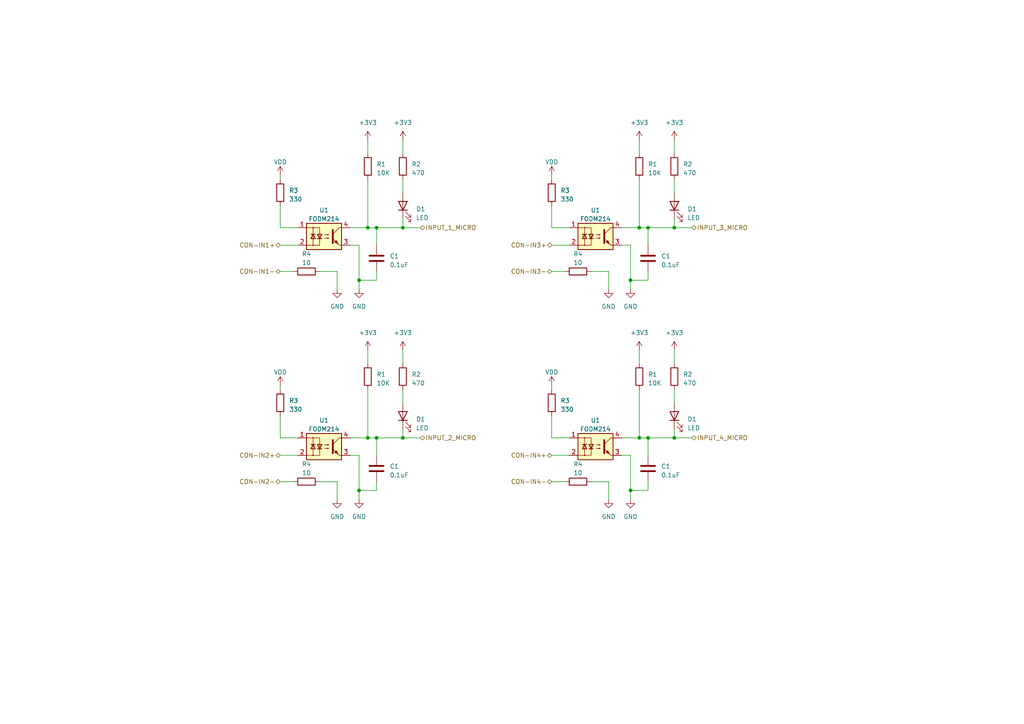
<source format=kicad_sch>
(kicad_sch (version 20230121) (generator eeschema)
  (paper "A4")
  (lib_symbols
    (symbol "Device:C" (pin_numbers hide) (pin_names (offset 0.254))
      (property "Reference" "C" (at 0.635 2.54 0))
      (property "Value" "C" (at 0.635 -2.54 0))
      (symbol "C_0_1"
        (polyline (pts (xy -2.032 -0.762) (xy 2.032 -0.762)) (stroke (width 0.508)))
        (polyline (pts (xy -2.032 0.762) (xy 2.032 0.762)) (stroke (width 0.508)))
      )
      (symbol "C_1_1"
        (pin passive line (at 0 3.81 270) (length 2.794) (name "~") (number "1"))
        (pin passive line (at 0 -3.81 90) (length 2.794) (name "~") (number "2"))
      )
    )
    (symbol "Device:LED" (pin_numbers hide) (pin_names (offset 1.016) hide)
      (property "Reference" "D" (at 0 2.54 0))
      (property "Value" "LED" (at 0 -2.54 0))
      (symbol "LED_0_1"
        (polyline (pts (xy -1.27 -1.27) (xy -1.27 1.27)) (stroke (width 0.254)))
        (polyline (pts (xy -1.27 0) (xy 1.27 0)))
        (polyline (pts (xy 1.27 -1.27) (xy 1.27 1.27) (xy -1.27 0) (xy 1.27 -1.27)) (stroke (width 0.254)))
        (polyline (pts (xy -3.048 -0.762) (xy -4.572 -2.286) (xy -3.81 -2.286) (xy -4.572 -2.286) (xy -4.572 -1.524)))
        (polyline (pts (xy -1.778 -0.762) (xy -3.302 -2.286) (xy -2.54 -2.286) (xy -3.302 -2.286) (xy -3.302 -1.524)))
      )
      (symbol "LED_1_1"
        (pin passive line (at -3.81 0 0) (length 2.54) (name "K") (number "1"))
        (pin passive line (at 3.81 0 180) (length 2.54) (name "A") (number "2"))
      )
    )
    (symbol "Device:R" (pin_numbers hide) (pin_names (offset 0))
      (property "Reference" "R" (at 2.032 0 90))
      (property "Value" "R" (at 0 0 90))
      (symbol "R_0_1"
        (rectangle (start -1.016 -2.54) (end 1.016 2.54) (stroke (width 0.254)))
      )
      (symbol "R_1_1"
        (pin passive line (at 0 3.81 270) (length 1.27) (name "~") (number "1"))
        (pin passive line (at 0 -3.81 90) (length 1.27) (name "~") (number "2"))
      )
    )
    (symbol "Isolator:FODM214"
      (property "Reference" "U" (at -5.08 5.08 0))
      (property "Value" "FODM214" (at 0 5.08 0))
      (symbol "FODM214_0_1"
        (rectangle (start -5.08 3.81) (end 5.08 -3.81) (stroke (width 0.254)) (fill (type background)))
        (circle (center -3.175 -2.54) (radius 0.127))
        (circle (center -3.175 2.54) (radius 0.127))
        (polyline (pts (xy -3.81 0.635) (xy -2.54 0.635)) (stroke (width 0.254)))
        (polyline (pts (xy -3.175 -0.635) (xy -3.175 -2.54)))
        (polyline (pts (xy -3.175 -0.635) (xy -3.175 2.54)))
        (polyline (pts (xy -1.905 -0.635) (xy -0.635 -0.635)) (stroke (width 0.254)))
        (polyline (pts (xy 2.54 0.635) (xy 4.445 2.54)))
        (polyline (pts (xy 4.445 -2.54) (xy 2.54 -0.635)) (fill (type outline)))
        (polyline (pts (xy 4.445 -2.54) (xy 5.08 -2.54)))
        (polyline (pts (xy 4.445 2.54) (xy 5.08 2.54)))
        (polyline (pts (xy -5.08 2.54) (xy -1.27 2.54) (xy -1.27 -0.635)))
        (polyline (pts (xy -1.27 -0.635) (xy -1.27 -2.54) (xy -5.08 -2.54)))
        (polyline (pts (xy 2.54 1.905) (xy 2.54 -1.905) (xy 2.54 -1.905)) (stroke (width 0.508)))
        (polyline (pts (xy -3.175 0.635) (xy -3.81 -0.635) (xy -2.54 -0.635) (xy -3.175 0.635)) (stroke (width 0.254)))
        (polyline (pts (xy -1.27 -0.635) (xy -1.905 0.635) (xy -0.635 0.635) (xy -1.27 -0.635)) (stroke (width 0.254)))
        (polyline (pts (xy 0.127 -0.508) (xy 1.397 -0.508) (xy 1.016 -0.635) (xy 1.016 -0.381) (xy 1.397 -0.508)))
        (polyline (pts (xy 0.127 0.508) (xy 1.397 0.508) (xy 1.016 0.381) (xy 1.016 0.635) (xy 1.397 0.508)))
        (polyline (pts (xy 3.048 -1.651) (xy 3.556 -1.143) (xy 4.064 -2.159) (xy 3.048 -1.651) (xy 3.048 -1.651)) (fill (type outline)))
      )
      (symbol "FODM214_1_1"
        (pin passive line (at -7.62 2.54 0) (length 2.54) (name "~") (number "1"))
        (pin passive line (at -7.62 -2.54 0) (length 2.54) (name "~") (number "2"))
        (pin passive line (at 7.62 -2.54 180) (length 2.54) (name "~") (number "3"))
        (pin passive line (at 7.62 2.54 180) (length 2.54) (name "~") (number "4"))
      )
    )
    (symbol "power:+3V3" (power) (pin_names (offset 0))
      (property "Value" "+3V3" (at 0 3.556 0))
      (symbol "+3V3_0_1"
        (polyline (pts (xy -0.762 1.27) (xy 0 2.54)))
        (polyline (pts (xy 0 0) (xy 0 2.54)))
        (polyline (pts (xy 0 2.54) (xy 0.762 1.27)))
      )
      (symbol "+3V3_1_1"
        (pin power_in line (at 0 0 90) (length 0) hide (name "+3V3") (number "1"))
      )
    )
    (symbol "power:GND" (power) (pin_names (offset 0))
      (property "Value" "GND" (at 0 -3.81 0))
      (symbol "GND_0_1"
        (polyline (pts (xy 0 0) (xy 0 -1.27) (xy 1.27 -1.27) (xy 0 -2.54) (xy -1.27 -1.27) (xy 0 -1.27)))
      )
      (symbol "GND_1_1"
        (pin power_in line (at 0 0 270) (length 0) hide (name "GND") (number "1"))
      )
    )
    (symbol "power:VDD" (power) (pin_names (offset 0))
      (property "Value" "VDD" (at 0 3.81 0))
      (symbol "VDD_0_1"
        (polyline (pts (xy -0.762 1.27) (xy 0 2.54)))
        (polyline (pts (xy 0 0) (xy 0 2.54)))
        (polyline (pts (xy 0 2.54) (xy 0.762 1.27)))
      )
      (symbol "VDD_1_1"
        (pin power_in line (at 0 0 90) (length 0) hide (name "VDD") (number "1"))
      )
    )
  )
  (junction (at 116.84 66.04))
  (junction (at 187.96 127))
  (junction (at 195.58 66.04))
  (junction (at 106.68 127))
  (junction (at 195.58 127))
  (junction (at 182.88 142.24))
  (junction (at 109.22 127))
  (junction (at 185.42 66.04))
  (junction (at 104.14 81.28))
  (junction (at 106.68 66.04))
  (junction (at 187.96 66.04))
  (junction (at 185.42 127))
  (junction (at 104.14 142.24))
  (junction (at 109.22 66.04))
  (junction (at 116.84 127))
  (junction (at 182.88 81.28))
  (wire (pts (xy 106.68 113.03) (xy 106.68 127)))
  (wire (pts (xy 160.02 59.69) (xy 160.02 66.04)))
  (wire (pts (xy 116.84 113.03) (xy 116.84 116.84)))
  (wire (pts (xy 116.84 101.6) (xy 116.84 105.41)))
  (wire (pts (xy 195.58 66.04) (xy 187.96 66.04)))
  (wire (pts (xy 97.79 139.7) (xy 97.79 144.78)))
  (wire (pts (xy 187.96 127) (xy 187.96 132.08)))
  (wire (pts (xy 81.28 127) (xy 86.36 127)))
  (wire (pts (xy 106.68 52.07) (xy 106.68 66.04)))
  (wire (pts (xy 109.22 127) (xy 106.68 127)))
  (wire (pts (xy 182.88 142.24) (xy 187.96 142.24)))
  (wire (pts (xy 109.22 139.7) (xy 109.22 142.24)))
  (wire (pts (xy 106.68 127) (xy 101.6 127)))
  (wire (pts (xy 81.28 120.65) (xy 81.28 127)))
  (wire (pts (xy 104.14 142.24) (xy 109.22 142.24)))
  (wire (pts (xy 187.96 66.04) (xy 187.96 71.12)))
  (wire (pts (xy 81.28 59.69) (xy 81.28 66.04)))
  (wire (pts (xy 180.34 71.12) (xy 182.88 71.12)))
  (wire (pts (xy 106.68 40.64) (xy 106.68 44.45)))
  (wire (pts (xy 187.96 127) (xy 185.42 127)))
  (wire (pts (xy 160.02 50.8) (xy 160.02 52.07)))
  (wire (pts (xy 185.42 66.04) (xy 180.34 66.04)))
  (wire (pts (xy 185.42 113.03) (xy 185.42 127)))
  (wire (pts (xy 106.68 101.6) (xy 106.68 105.41)))
  (wire (pts (xy 187.96 78.74) (xy 187.96 81.28)))
  (wire (pts (xy 106.68 66.04) (xy 101.6 66.04)))
  (wire (pts (xy 116.84 124.46) (xy 116.84 127)))
  (wire (pts (xy 101.6 132.08) (xy 104.14 132.08)))
  (wire (pts (xy 160.02 111.76) (xy 160.02 113.03)))
  (wire (pts (xy 97.79 78.74) (xy 97.79 83.82)))
  (wire (pts (xy 109.22 127) (xy 109.22 132.08)))
  (wire (pts (xy 81.28 111.76) (xy 81.28 113.03)))
  (wire (pts (xy 109.22 66.04) (xy 106.68 66.04)))
  (wire (pts (xy 195.58 40.64) (xy 195.58 44.45)))
  (wire (pts (xy 104.14 71.12) (xy 104.14 81.28)))
  (wire (pts (xy 160.02 120.65) (xy 160.02 127)))
  (wire (pts (xy 116.84 127) (xy 121.92 127)))
  (wire (pts (xy 171.45 139.7) (xy 176.53 139.7)))
  (wire (pts (xy 109.22 78.74) (xy 109.22 81.28)))
  (wire (pts (xy 81.28 71.12) (xy 86.36 71.12)))
  (wire (pts (xy 160.02 127) (xy 165.1 127)))
  (wire (pts (xy 92.71 139.7) (xy 97.79 139.7)))
  (wire (pts (xy 185.42 127) (xy 180.34 127)))
  (wire (pts (xy 160.02 78.74) (xy 163.83 78.74)))
  (wire (pts (xy 195.58 63.5) (xy 195.58 66.04)))
  (wire (pts (xy 187.96 66.04) (xy 185.42 66.04)))
  (wire (pts (xy 116.84 52.07) (xy 116.84 55.88)))
  (wire (pts (xy 104.14 81.28) (xy 109.22 81.28)))
  (wire (pts (xy 104.14 132.08) (xy 104.14 142.24)))
  (wire (pts (xy 81.28 139.7) (xy 85.09 139.7)))
  (wire (pts (xy 195.58 124.46) (xy 195.58 127)))
  (wire (pts (xy 116.84 40.64) (xy 116.84 44.45)))
  (wire (pts (xy 195.58 127) (xy 187.96 127)))
  (wire (pts (xy 116.84 63.5) (xy 116.84 66.04)))
  (wire (pts (xy 92.71 78.74) (xy 97.79 78.74)))
  (wire (pts (xy 195.58 127) (xy 200.66 127)))
  (wire (pts (xy 160.02 132.08) (xy 165.1 132.08)))
  (wire (pts (xy 109.22 66.04) (xy 109.22 71.12)))
  (wire (pts (xy 160.02 71.12) (xy 165.1 71.12)))
  (wire (pts (xy 116.84 66.04) (xy 121.92 66.04)))
  (wire (pts (xy 104.14 144.78) (xy 104.14 142.24)))
  (wire (pts (xy 182.88 132.08) (xy 182.88 142.24)))
  (wire (pts (xy 160.02 66.04) (xy 165.1 66.04)))
  (wire (pts (xy 195.58 101.6) (xy 195.58 105.41)))
  (wire (pts (xy 185.42 40.64) (xy 185.42 44.45)))
  (wire (pts (xy 81.28 78.74) (xy 85.09 78.74)))
  (wire (pts (xy 160.02 139.7) (xy 163.83 139.7)))
  (wire (pts (xy 176.53 78.74) (xy 176.53 83.82)))
  (wire (pts (xy 176.53 139.7) (xy 176.53 144.78)))
  (wire (pts (xy 187.96 139.7) (xy 187.96 142.24)))
  (wire (pts (xy 116.84 66.04) (xy 109.22 66.04)))
  (wire (pts (xy 182.88 144.78) (xy 182.88 142.24)))
  (wire (pts (xy 182.88 83.82) (xy 182.88 81.28)))
  (wire (pts (xy 182.88 71.12) (xy 182.88 81.28)))
  (wire (pts (xy 195.58 52.07) (xy 195.58 55.88)))
  (wire (pts (xy 182.88 81.28) (xy 187.96 81.28)))
  (wire (pts (xy 185.42 52.07) (xy 185.42 66.04)))
  (wire (pts (xy 81.28 132.08) (xy 86.36 132.08)))
  (wire (pts (xy 116.84 127) (xy 109.22 127)))
  (wire (pts (xy 101.6 71.12) (xy 104.14 71.12)))
  (wire (pts (xy 171.45 78.74) (xy 176.53 78.74)))
  (wire (pts (xy 180.34 132.08) (xy 182.88 132.08)))
  (wire (pts (xy 104.14 83.82) (xy 104.14 81.28)))
  (wire (pts (xy 81.28 50.8) (xy 81.28 52.07)))
  (wire (pts (xy 185.42 101.6) (xy 185.42 105.41)))
  (wire (pts (xy 81.28 66.04) (xy 86.36 66.04)))
  (wire (pts (xy 195.58 66.04) (xy 200.66 66.04)))
  (wire (pts (xy 195.58 113.03) (xy 195.58 116.84)))
  (hierarchical_label "CON-IN4-" (shape bidirectional) (at 160.02 139.7 180))
  (hierarchical_label "INPUT_2_MICRO" (shape bidirectional) (at 121.92 127 0))
  (hierarchical_label "CON-IN2+" (shape bidirectional) (at 81.28 132.08 180))
  (hierarchical_label "CON-IN1-" (shape bidirectional) (at 81.28 78.74 180))
  (hierarchical_label "CON-IN1+" (shape bidirectional) (at 81.28 71.12 180))
  (hierarchical_label "INPUT_3_MICRO" (shape bidirectional) (at 200.66 66.04 0))
  (hierarchical_label "CON-IN3-" (shape bidirectional) (at 160.02 78.74 180))
  (hierarchical_label "INPUT_4_MICRO" (shape bidirectional) (at 200.66 127 0))
  (hierarchical_label "CON-IN2-" (shape bidirectional) (at 81.28 139.7 180))
  (hierarchical_label "INPUT_1_MICRO" (shape bidirectional) (at 121.92 66.04 0))
  (hierarchical_label "CON-IN3+" (shape bidirectional) (at 160.02 71.12 180))
  (hierarchical_label "CON-IN4+" (shape bidirectional) (at 160.02 132.08 180))
  (symbol (lib_id "power:+3V3") (at 106.68 40.64 0) (unit 1)
    (property "Reference" "#PWR014" (effects hide))
    (property "Value" "+3V3" (at 106.68 35.56 0))
  )
  (symbol (lib_id "Device:LED") (at 195.58 59.69 90) (unit 1)
    (property "Reference" "D1" (at 199.39 60.6425 90) (effects (justify right)))
    (property "Value" "LED" (at 199.39 63.1825 90) (effects (justify right)))
    (property "Footprint" "LED_SMD:LED_0805_2012Metric" (effects hide))
    (instances (project "RoomLink" (path "" (reference "D1") (unit 1))) (project "Practica" (path "" (reference "D8") (unit 1))))
  )
  (symbol (lib_id "Isolator:FODM214") (at 93.98 129.54 0) (unit 1)
    (property "Reference" "U1" (at 93.98 121.92 0))
    (property "Value" "FODM214" (at 93.98 124.46 0))
    (property "Footprint" "Package_SO:SOP-4_4.4x2.6mm_P1.27mm" (effects hide))
    (property "Datasheet" "https://www.onsemi.com/pub/Collateral/FODM214-D.PDF" (effects hide))
    (instances (project "RoomLink" (path "" (reference "U1") (unit 1))) (project "Practica" (path "" (reference "U3") (unit 1))))
  )
  (symbol (lib_id "Device:R") (at 160.02 116.84 0) (unit 1)
    (property "Reference" "R3" (at 162.56 116.205 0) (effects (justify left)))
    (property "Value" "330" (at 162.56 118.745 0) (effects (justify left)))
    (property "Footprint" "Resistor_SMD:R_0805_2012Metric" (effects hide))
    (instances (project "RoomLink" (path "" (reference "R3") (unit 1))) (project "Practica" (path "" (reference "R18") (unit 1))))
  )
  (symbol (lib_id "power:+3V3") (at 195.58 101.6 0) (unit 1)
    (property "Reference" "#PWR032" (effects hide))
    (property "Value" "+3V3" (at 195.58 96.52 0))
  )
  (symbol (lib_id "Device:R") (at 160.02 55.88 0) (unit 1)
    (property "Reference" "R3" (at 162.56 55.245 0) (effects (justify left)))
    (property "Value" "330" (at 162.56 57.785 0) (effects (justify left)))
    (property "Footprint" "Resistor_SMD:R_0805_2012Metric" (effects hide))
    (instances (project "RoomLink" (path "" (reference "R3") (unit 1))) (project "Practica" (path "" (reference "R14") (unit 1))))
  )
  (symbol (lib_id "power:VDD") (at 160.02 50.8 0) (unit 1)
    (property "Reference" "#PWR02" (effects hide))
    (property "Value" "VDD" (at 160.02 46.99 0))
    (instances (project "RoomLink" (path "" (reference "#PWR02") (unit 1))) (project "Practica" (path "" (reference "#PWR023") (unit 1))))
  )
  (symbol (lib_id "Device:R") (at 167.64 78.74 90) (unit 1)
    (property "Reference" "R4" (at 167.64 73.66 90))
    (property "Value" "10" (at 167.64 76.2 90))
    (property "Footprint" "Resistor_SMD:R_0805_2012Metric" (effects hide))
    (instances (project "RoomLink" (path "" (reference "R4") (unit 1))) (project "Practica" (path "" (reference "R15") (unit 1))))
  )
  (symbol (lib_id "Device:R") (at 81.28 116.84 0) (unit 1)
    (property "Reference" "R3" (at 83.82 116.205 0) (effects (justify left)))
    (property "Value" "330" (at 83.82 118.745 0) (effects (justify left)))
    (property "Footprint" "Resistor_SMD:R_0805_2012Metric" (effects hide))
    (instances (project "RoomLink" (path "" (reference "R3") (unit 1))) (project "Practica" (path "" (reference "R8") (unit 1))))
  )
  (symbol (lib_id "power:VDD") (at 160.02 111.76 0) (unit 1)
    (property "Reference" "#PWR02" (effects hide))
    (property "Value" "VDD" (at 160.02 107.95 0))
    (instances (project "RoomLink" (path "" (reference "#PWR02") (unit 1))) (project "Practica" (path "" (reference "#PWR028") (unit 1))))
  )
  (symbol (lib_id "Device:R") (at 185.42 109.22 0) (unit 1)
    (property "Reference" "R1" (at 187.96 108.585 0) (effects (justify left)))
    (property "Value" "10K" (at 187.96 111.125 0) (effects (justify left)))
    (property "Footprint" "Resistor_SMD:R_0805_2012Metric" (effects hide))
    (instances (project "RoomLink" (path "" (reference "R1") (unit 1))) (project "Practica" (path "" (reference "R20") (unit 1))))
  )
  (symbol (lib_id "Device:C") (at 109.22 135.89 0) (unit 1)
    (property "Reference" "C1" (at 113.03 135.255 0) (effects (justify left)))
    (property "Value" "0.1uF" (at 113.03 137.795 0) (effects (justify left)))
    (property "Footprint" "Capacitor_SMD:C_0805_2012Metric" (effects hide))
    (instances (project "RoomLink" (path "" (reference "C1") (unit 1))) (project "Practica" (path "" (reference "C2") (unit 1))))
  )
  (symbol (lib_id "power:GND") (at 97.79 144.78 0) (unit 1)
    (property "Reference" "#PWR01" (effects hide))
    (property "Value" "GND" (at 97.79 149.86 0))
    (instances (project "RoomLink" (path "" (reference "#PWR01") (unit 1))) (project "Practica" (path "" (reference "#PWR019") (unit 1))))
  )
  (symbol (lib_id "Isolator:FODM214") (at 172.72 68.58 0) (unit 1)
    (property "Reference" "U1" (at 172.72 60.96 0))
    (property "Value" "FODM214" (at 172.72 63.5 0))
    (property "Footprint" "Package_SO:SOP-4_4.4x2.6mm_P1.27mm" (effects hide))
    (property "Datasheet" "https://www.onsemi.com/pub/Collateral/FODM214-D.PDF" (effects hide))
    (instances (project "RoomLink" (path "" (reference "U1") (unit 1))) (project "Practica" (path "" (reference "U4") (unit 1))))
  )
  (symbol (lib_id "Device:C") (at 187.96 74.93 0) (unit 1)
    (property "Reference" "C1" (at 191.77 74.295 0) (effects (justify left)))
    (property "Value" "0.1uF" (at 191.77 76.835 0) (effects (justify left)))
    (property "Footprint" "Capacitor_SMD:C_0805_2012Metric" (effects hide))
    (instances (project "RoomLink" (path "" (reference "C1") (unit 1))) (project "Practica" (path "" (reference "C3") (unit 1))))
  )
  (symbol (lib_id "Device:R") (at 185.42 48.26 0) (unit 1)
    (property "Reference" "R1" (at 187.96 47.625 0) (effects (justify left)))
    (property "Value" "10K" (at 187.96 50.165 0) (effects (justify left)))
    (property "Footprint" "Resistor_SMD:R_0805_2012Metric" (effects hide))
    (instances (project "RoomLink" (path "" (reference "R1") (unit 1))) (project "Practica" (path "" (reference "R16") (unit 1))))
  )
  (symbol (lib_id "Isolator:FODM214") (at 93.98 68.58 0) (unit 1)
    (property "Reference" "U1" (at 93.98 60.96 0))
    (property "Value" "FODM214" (at 93.98 63.5 0))
    (property "Footprint" "Package_SO:SOP-4_4.4x2.6mm_P1.27mm" (effects hide))
    (property "Datasheet" "https://www.onsemi.com/pub/Collateral/FODM214-D.PDF" (effects hide))
  )
  (symbol (lib_id "power:+3V3") (at 185.42 101.6 0) (unit 1)
    (property "Reference" "#PWR031" (effects hide))
    (property "Value" "+3V3" (at 185.42 96.52 0))
  )
  (symbol (lib_id "Device:R") (at 81.28 55.88 0) (unit 1)
    (property "Reference" "R3" (at 83.82 55.245 0) (effects (justify left)))
    (property "Value" "330" (at 83.82 57.785 0) (effects (justify left)))
    (property "Footprint" "Resistor_SMD:R_0805_2012Metric" (effects hide))
    (instances (project "RoomLink" (path "" (reference "R3") (unit 1))) (project "Practica" (path "" (reference "R6") (unit 1))))
  )
  (symbol (lib_id "Device:C") (at 187.96 135.89 0) (unit 1)
    (property "Reference" "C1" (at 191.77 135.255 0) (effects (justify left)))
    (property "Value" "0.1uF" (at 191.77 137.795 0) (effects (justify left)))
    (property "Footprint" "Capacitor_SMD:C_0805_2012Metric" (effects hide))
    (instances (project "RoomLink" (path "" (reference "C1") (unit 1))) (project "Practica" (path "" (reference "C4") (unit 1))))
  )
  (symbol (lib_id "power:+3V3") (at 116.84 101.6 0) (unit 1)
    (property "Reference" "#PWR022" (effects hide))
    (property "Value" "+3V3" (at 116.84 96.52 0))
  )
  (symbol (lib_id "power:GND") (at 182.88 83.82 0) (unit 1)
    (property "Reference" "#PWR05" (effects hide))
    (property "Value" "GND" (at 182.88 88.9 0))
    (instances (project "RoomLink" (path "" (reference "#PWR05") (unit 1))) (project "Practica" (path "" (reference "#PWR025") (unit 1))))
  )
  (symbol (lib_id "Device:R") (at 116.84 48.26 0) (unit 1)
    (property "Reference" "R2" (at 119.38 47.625 0) (effects (justify left)))
    (property "Value" "470" (at 119.38 50.165 0) (effects (justify left)))
    (property "Footprint" "Resistor_SMD:R_0805_2012Metric" (effects hide))
    (instances (project "RoomLink" (path "" (reference "R2") (unit 1))) (project "Practica" (path "" (reference "R12") (unit 1))))
  )
  (symbol (lib_id "Device:R") (at 88.9 78.74 90) (unit 1)
    (property "Reference" "R4" (at 88.9 73.66 90))
    (property "Value" "10" (at 88.9 76.2 90))
    (property "Footprint" "Resistor_SMD:R_0805_2012Metric" (effects hide))
    (instances (project "RoomLink" (path "" (reference "R4") (unit 1))) (project "Practica" (path "" (reference "R7") (unit 1))))
  )
  (symbol (lib_id "power:GND") (at 97.79 83.82 0) (unit 1)
    (property "Reference" "#PWR01" (effects hide))
    (property "Value" "GND" (at 97.79 88.9 0))
    (instances (project "RoomLink" (path "" (reference "#PWR01") (unit 1))) (project "Practica" (path "" (reference "#PWR015") (unit 1))))
  )
  (symbol (lib_id "power:GND") (at 182.88 144.78 0) (unit 1)
    (property "Reference" "#PWR05" (effects hide))
    (property "Value" "GND" (at 182.88 149.86 0))
    (instances (project "RoomLink" (path "" (reference "#PWR05") (unit 1))) (project "Practica" (path "" (reference "#PWR030") (unit 1))))
  )
  (symbol (lib_id "power:GND") (at 104.14 83.82 0) (unit 1)
    (property "Reference" "#PWR05" (effects hide))
    (property "Value" "GND" (at 104.14 88.9 0))
    (instances (project "RoomLink" (path "" (reference "#PWR05") (unit 1))) (project "Practica" (path "" (reference "#PWR017") (unit 1))))
  )
  (symbol (lib_id "power:GND") (at 104.14 144.78 0) (unit 1)
    (property "Reference" "#PWR05" (effects hide))
    (property "Value" "GND" (at 104.14 149.86 0))
    (instances (project "RoomLink" (path "" (reference "#PWR05") (unit 1))) (project "Practica" (path "" (reference "#PWR020") (unit 1))))
  )
  (symbol (lib_id "Device:C") (at 109.22 74.93 0) (unit 1)
    (property "Reference" "C1" (at 113.03 74.295 0) (effects (justify left)))
    (property "Value" "0.1uF" (at 113.03 76.835 0) (effects (justify left)))
    (property "Footprint" "Capacitor_SMD:C_0805_2012Metric" (effects hide))
  )
  (symbol (lib_id "Device:R") (at 106.68 109.22 0) (unit 1)
    (property "Reference" "R1" (at 109.22 108.585 0) (effects (justify left)))
    (property "Value" "10K" (at 109.22 111.125 0) (effects (justify left)))
    (property "Footprint" "Resistor_SMD:R_0805_2012Metric" (effects hide))
    (instances (project "RoomLink" (path "" (reference "R1") (unit 1))) (project "Practica" (path "" (reference "R11") (unit 1))))
  )
  (symbol (lib_id "Device:LED") (at 116.84 120.65 90) (unit 1)
    (property "Reference" "D1" (at 120.65 121.6025 90) (effects (justify right)))
    (property "Value" "LED" (at 120.65 124.1425 90) (effects (justify right)))
    (property "Footprint" "LED_SMD:LED_0805_2012Metric" (effects hide))
    (instances (project "RoomLink" (path "" (reference "D1") (unit 1))) (project "Practica" (path "" (reference "D7") (unit 1))))
  )
  (symbol (lib_id "power:VDD") (at 81.28 111.76 0) (unit 1)
    (property "Reference" "#PWR02" (effects hide))
    (property "Value" "VDD" (at 81.28 107.95 0))
    (instances (project "RoomLink" (path "" (reference "#PWR02") (unit 1))) (project "Practica" (path "" (reference "#PWR018") (unit 1))))
  )
  (symbol (lib_id "power:+3V3") (at 116.84 40.64 0) (unit 1)
    (property "Reference" "#PWR016" (effects hide))
    (property "Value" "+3V3" (at 116.84 35.56 0))
  )
  (symbol (lib_id "Device:LED") (at 195.58 120.65 90) (unit 1)
    (property "Reference" "D1" (at 199.39 121.6025 90) (effects (justify right)))
    (property "Value" "LED" (at 199.39 124.1425 90) (effects (justify right)))
    (property "Footprint" "LED_SMD:LED_0805_2012Metric" (effects hide))
    (instances (project "RoomLink" (path "" (reference "D1") (unit 1))) (project "Practica" (path "" (reference "D9") (unit 1))))
  )
  (symbol (lib_id "Device:R") (at 167.64 139.7 90) (unit 1)
    (property "Reference" "R4" (at 167.64 134.62 90))
    (property "Value" "10" (at 167.64 137.16 90))
    (property "Footprint" "Resistor_SMD:R_0805_2012Metric" (effects hide))
    (instances (project "RoomLink" (path "" (reference "R4") (unit 1))) (project "Practica" (path "" (reference "R19") (unit 1))))
  )
  (symbol (lib_id "power:VDD") (at 81.28 50.8 0) (unit 1)
    (property "Reference" "#PWR02" (effects hide))
    (property "Value" "VDD" (at 81.28 46.99 0))
    (instances (project "RoomLink" (path "" (reference "#PWR02") (unit 1))) (project "Practica" (path "" (reference "#PWR013") (unit 1))))
  )
  (symbol (lib_id "Isolator:FODM214") (at 172.72 129.54 0) (unit 1)
    (property "Reference" "U1" (at 172.72 121.92 0))
    (property "Value" "FODM214" (at 172.72 124.46 0))
    (property "Footprint" "Package_SO:SOP-4_4.4x2.6mm_P1.27mm" (effects hide))
    (property "Datasheet" "https://www.onsemi.com/pub/Collateral/FODM214-D.PDF" (effects hide))
    (instances (project "RoomLink" (path "" (reference "U1") (unit 1))) (project "Practica" (path "" (reference "U5") (unit 1))))
  )
  (symbol (lib_id "power:GND") (at 176.53 144.78 0) (unit 1)
    (property "Reference" "#PWR01" (effects hide))
    (property "Value" "GND" (at 176.53 149.86 0))
    (instances (project "RoomLink" (path "" (reference "#PWR01") (unit 1))) (project "Practica" (path "" (reference "#PWR029") (unit 1))))
  )
  (symbol (lib_id "power:+3V3") (at 106.68 101.6 0) (unit 1)
    (property "Reference" "#PWR021" (effects hide))
    (property "Value" "+3V3" (at 106.68 96.52 0))
  )
  (symbol (lib_id "power:GND") (at 176.53 83.82 0) (unit 1)
    (property "Reference" "#PWR01" (effects hide))
    (property "Value" "GND" (at 176.53 88.9 0))
    (instances (project "RoomLink" (path "" (reference "#PWR01") (unit 1))) (project "Practica" (path "" (reference "#PWR024") (unit 1))))
  )
  (symbol (lib_id "power:+3V3") (at 185.42 40.64 0) (unit 1)
    (property "Reference" "#PWR026" (effects hide))
    (property "Value" "+3V3" (at 185.42 35.56 0))
  )
  (symbol (lib_id "Device:R") (at 106.68 48.26 0) (unit 1)
    (property "Reference" "R1" (at 109.22 47.625 0) (effects (justify left)))
    (property "Value" "10K" (at 109.22 50.165 0) (effects (justify left)))
    (property "Footprint" "Resistor_SMD:R_0805_2012Metric" (effects hide))
    (instances (project "RoomLink" (path "" (reference "R1") (unit 1))) (project "Practica" (path "" (reference "R10") (unit 1))))
  )
  (symbol (lib_id "Device:R") (at 195.58 48.26 0) (unit 1)
    (property "Reference" "R2" (at 198.12 47.625 0) (effects (justify left)))
    (property "Value" "470" (at 198.12 50.165 0) (effects (justify left)))
    (property "Footprint" "Resistor_SMD:R_0805_2012Metric" (effects hide))
    (instances (project "RoomLink" (path "" (reference "R2") (unit 1))) (project "Practica" (path "" (reference "R17") (unit 1))))
  )
  (symbol (lib_id "Device:R") (at 116.84 109.22 0) (unit 1)
    (property "Reference" "R2" (at 119.38 108.585 0) (effects (justify left)))
    (property "Value" "470" (at 119.38 111.125 0) (effects (justify left)))
    (property "Footprint" "Resistor_SMD:R_0805_2012Metric" (effects hide))
    (instances (project "RoomLink" (path "" (reference "R2") (unit 1))) (project "Practica" (path "" (reference "R13") (unit 1))))
  )
  (symbol (lib_id "Device:LED") (at 116.84 59.69 90) (unit 1)
    (property "Reference" "D1" (at 120.65 60.6425 90) (effects (justify right)))
    (property "Value" "LED" (at 120.65 63.1825 90) (effects (justify right)))
    (property "Footprint" "LED_SMD:LED_0805_2012Metric" (effects hide))
    (instances (project "RoomLink" (path "" (reference "D1") (unit 1))) (project "Practica" (path "" (reference "D6") (unit 1))))
  )
  (symbol (lib_id "Device:R") (at 88.9 139.7 90) (unit 1)
    (property "Reference" "R4" (at 88.9 134.62 90))
    (property "Value" "10" (at 88.9 137.16 90))
    (property "Footprint" "Resistor_SMD:R_0805_2012Metric" (effects hide))
    (instances (project "RoomLink" (path "" (reference "R4") (unit 1))) (project "Practica" (path "" (reference "R9") (unit 1))))
  )
  (symbol (lib_id "Device:R") (at 195.58 109.22 0) (unit 1)
    (property "Reference" "R2" (at 198.12 108.585 0) (effects (justify left)))
    (property "Value" "470" (at 198.12 111.125 0) (effects (justify left)))
    (property "Footprint" "Resistor_SMD:R_0805_2012Metric" (effects hide))
    (instances (project "RoomLink" (path "" (reference "R2") (unit 1))) (project "Practica" (path "" (reference "R21") (unit 1))))
  )
  (symbol (lib_id "power:+3V3") (at 195.58 40.64 0) (unit 1)
    (property "Reference" "#PWR027" (effects hide))
    (property "Value" "+3V3" (at 195.58 35.56 0))
  )
)
</source>
